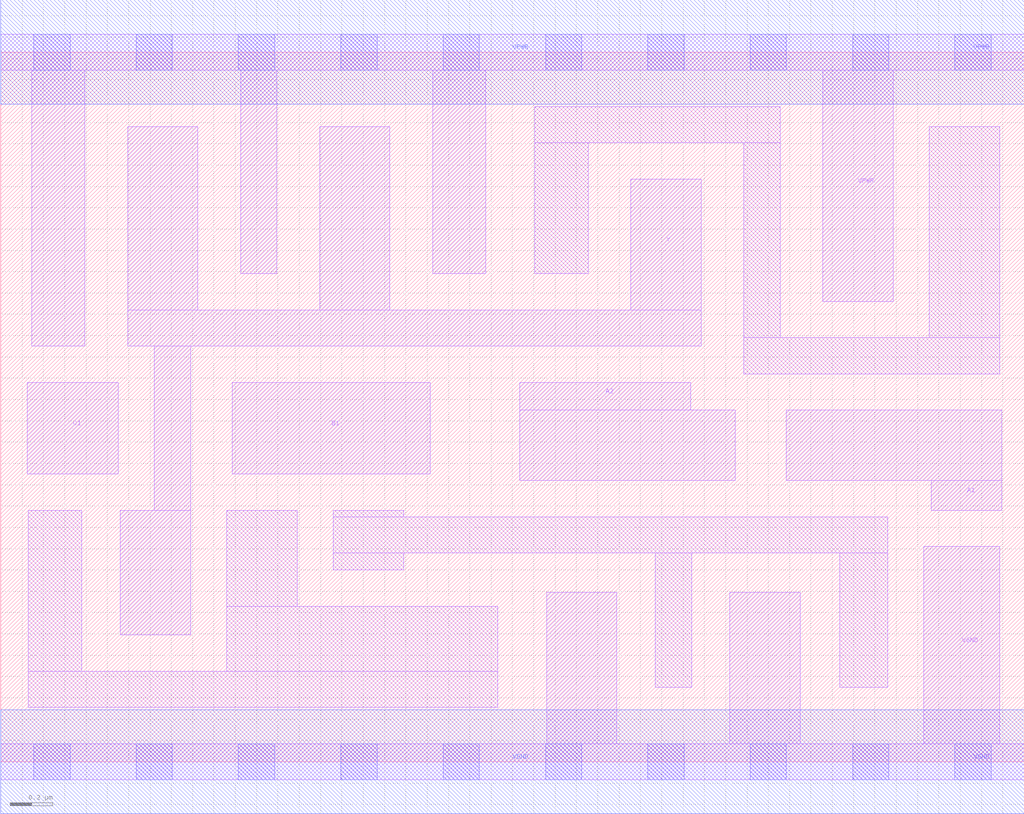
<source format=lef>
# Copyright 2020 The SkyWater PDK Authors
#
# Licensed under the Apache License, Version 2.0 (the "License");
# you may not use this file except in compliance with the License.
# You may obtain a copy of the License at
#
#     https://www.apache.org/licenses/LICENSE-2.0
#
# Unless required by applicable law or agreed to in writing, software
# distributed under the License is distributed on an "AS IS" BASIS,
# WITHOUT WARRANTIES OR CONDITIONS OF ANY KIND, either express or implied.
# See the License for the specific language governing permissions and
# limitations under the License.
#
# SPDX-License-Identifier: Apache-2.0

VERSION 5.7 ;
  NAMESCASESENSITIVE ON ;
  NOWIREEXTENSIONATPIN ON ;
  DIVIDERCHAR "/" ;
  BUSBITCHARS "[]" ;
UNITS
  DATABASE MICRONS 200 ;
END UNITS
MACRO sky130_fd_sc_hs__o211ai_2
  CLASS CORE ;
  SOURCE USER ;
  FOREIGN sky130_fd_sc_hs__o211ai_2 ;
  ORIGIN  0.000000  0.000000 ;
  SIZE  4.800000 BY  3.330000 ;
  SYMMETRY X Y ;
  SITE unit ;
  PIN A1
    ANTENNAGATEAREA  0.558000 ;
    DIRECTION INPUT ;
    USE SIGNAL ;
    PORT
      LAYER li1 ;
        RECT 3.685000 1.320000 4.695000 1.650000 ;
        RECT 4.365000 1.180000 4.695000 1.320000 ;
    END
  END A1
  PIN A2
    ANTENNAGATEAREA  0.558000 ;
    DIRECTION INPUT ;
    USE SIGNAL ;
    PORT
      LAYER li1 ;
        RECT 2.435000 1.320000 3.445000 1.650000 ;
        RECT 2.435000 1.650000 3.235000 1.780000 ;
    END
  END A2
  PIN B1
    ANTENNAGATEAREA  0.558000 ;
    DIRECTION INPUT ;
    USE SIGNAL ;
    PORT
      LAYER li1 ;
        RECT 1.085000 1.350000 2.015000 1.780000 ;
    END
  END B1
  PIN C1
    ANTENNAGATEAREA  0.558000 ;
    DIRECTION INPUT ;
    USE SIGNAL ;
    PORT
      LAYER li1 ;
        RECT 0.125000 1.350000 0.550000 1.780000 ;
    END
  END C1
  PIN Y
    ANTENNADIFFAREA  1.215200 ;
    DIRECTION OUTPUT ;
    USE SIGNAL ;
    PORT
      LAYER li1 ;
        RECT 0.560000 0.595000 0.890000 1.180000 ;
        RECT 0.595000 1.950000 3.285000 2.120000 ;
        RECT 0.595000 2.120000 0.925000 2.980000 ;
        RECT 0.720000 1.180000 0.890000 1.950000 ;
        RECT 1.495000 2.120000 1.825000 2.980000 ;
        RECT 2.955000 2.120000 3.285000 2.735000 ;
    END
  END Y
  PIN VGND
    DIRECTION INOUT ;
    USE GROUND ;
    PORT
      LAYER li1 ;
        RECT 0.000000 -0.085000 4.800000 0.085000 ;
        RECT 2.560000  0.085000 2.890000 0.795000 ;
        RECT 3.420000  0.085000 3.750000 0.795000 ;
        RECT 4.330000  0.085000 4.685000 1.010000 ;
      LAYER mcon ;
        RECT 0.155000 -0.085000 0.325000 0.085000 ;
        RECT 0.635000 -0.085000 0.805000 0.085000 ;
        RECT 1.115000 -0.085000 1.285000 0.085000 ;
        RECT 1.595000 -0.085000 1.765000 0.085000 ;
        RECT 2.075000 -0.085000 2.245000 0.085000 ;
        RECT 2.555000 -0.085000 2.725000 0.085000 ;
        RECT 3.035000 -0.085000 3.205000 0.085000 ;
        RECT 3.515000 -0.085000 3.685000 0.085000 ;
        RECT 3.995000 -0.085000 4.165000 0.085000 ;
        RECT 4.475000 -0.085000 4.645000 0.085000 ;
      LAYER met1 ;
        RECT 0.000000 -0.245000 4.800000 0.245000 ;
    END
  END VGND
  PIN VPWR
    DIRECTION INOUT ;
    USE POWER ;
    PORT
      LAYER li1 ;
        RECT 0.000000 3.245000 4.800000 3.415000 ;
        RECT 0.145000 1.950000 0.395000 3.245000 ;
        RECT 1.125000 2.290000 1.295000 3.245000 ;
        RECT 2.025000 2.290000 2.275000 3.245000 ;
        RECT 3.855000 2.160000 4.185000 3.245000 ;
      LAYER mcon ;
        RECT 0.155000 3.245000 0.325000 3.415000 ;
        RECT 0.635000 3.245000 0.805000 3.415000 ;
        RECT 1.115000 3.245000 1.285000 3.415000 ;
        RECT 1.595000 3.245000 1.765000 3.415000 ;
        RECT 2.075000 3.245000 2.245000 3.415000 ;
        RECT 2.555000 3.245000 2.725000 3.415000 ;
        RECT 3.035000 3.245000 3.205000 3.415000 ;
        RECT 3.515000 3.245000 3.685000 3.415000 ;
        RECT 3.995000 3.245000 4.165000 3.415000 ;
        RECT 4.475000 3.245000 4.645000 3.415000 ;
      LAYER met1 ;
        RECT 0.000000 3.085000 4.800000 3.575000 ;
    END
  END VPWR
  OBS
    LAYER li1 ;
      RECT 0.130000 0.255000 2.330000 0.425000 ;
      RECT 0.130000 0.425000 0.380000 1.180000 ;
      RECT 1.060000 0.425000 2.330000 0.730000 ;
      RECT 1.060000 0.730000 1.390000 1.180000 ;
      RECT 1.560000 0.900000 1.890000 0.980000 ;
      RECT 1.560000 0.980000 4.160000 1.150000 ;
      RECT 1.560000 1.150000 1.890000 1.180000 ;
      RECT 2.505000 2.290000 2.755000 2.905000 ;
      RECT 2.505000 2.905000 3.655000 3.075000 ;
      RECT 3.070000 0.350000 3.240000 0.980000 ;
      RECT 3.485000 1.820000 4.685000 1.990000 ;
      RECT 3.485000 1.990000 3.655000 2.905000 ;
      RECT 3.935000 0.350000 4.160000 0.980000 ;
      RECT 4.355000 1.990000 4.685000 2.980000 ;
  END
END sky130_fd_sc_hs__o211ai_2

</source>
